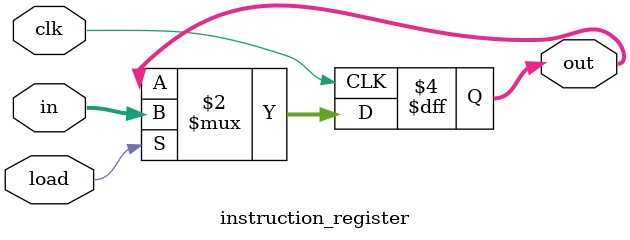
<source format=v>
module instruction_register (
    input clk,
    input load,
    input [7:0] in,
    output reg [7:0] out
);

    always @(posedge clk) begin
        if (load)
            out <= in;
    end

endmodule

</source>
